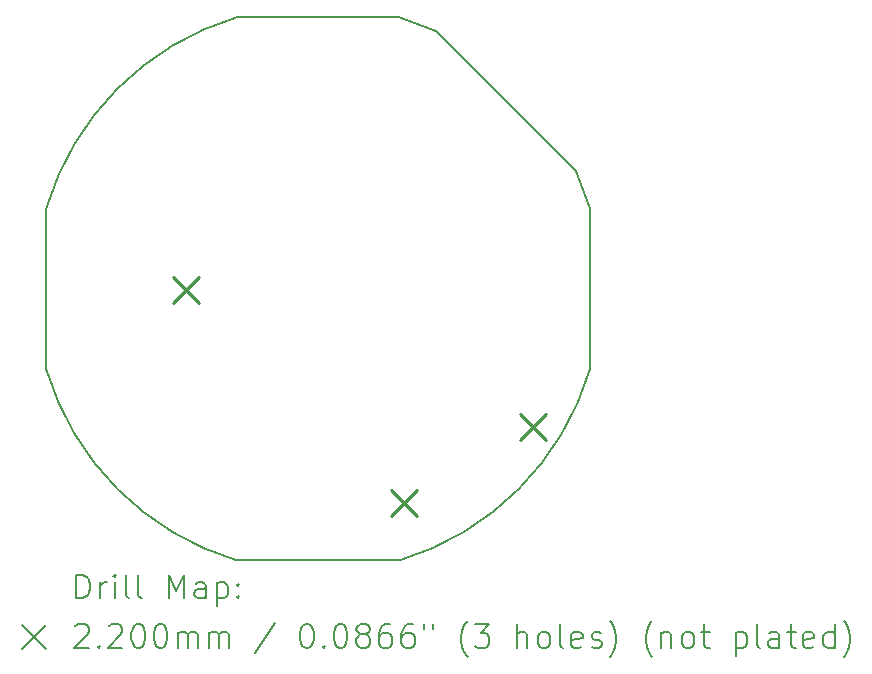
<source format=gbr>
%TF.GenerationSoftware,KiCad,Pcbnew,9.0.4*%
%TF.CreationDate,2026-01-16T13:37:42-08:00*%
%TF.ProjectId,u_anemometer,755f616e-656d-46f6-9d65-7465722e6b69,rev?*%
%TF.SameCoordinates,Original*%
%TF.FileFunction,Drillmap*%
%TF.FilePolarity,Positive*%
%FSLAX45Y45*%
G04 Gerber Fmt 4.5, Leading zero omitted, Abs format (unit mm)*
G04 Created by KiCad (PCBNEW 9.0.4) date 2026-01-16 13:37:42*
%MOMM*%
%LPD*%
G01*
G04 APERTURE LIST*
%ADD10C,0.150000*%
%ADD11C,0.200000*%
%ADD12C,0.220000*%
G04 APERTURE END LIST*
D10*
X17182507Y-10001957D02*
X15999750Y-8818150D01*
X17300500Y-11683747D02*
G75*
G02*
X15685549Y-13299950I-2300454J683719D01*
G01*
X17182507Y-10001957D02*
G75*
G02*
X17300751Y-10317251I-2189057J-1000773D01*
G01*
X15000000Y-13299950D02*
X14314729Y-13300200D01*
X15000000Y-8700050D02*
X14313701Y-8700300D01*
X12700300Y-10313701D02*
G75*
G02*
X14313701Y-8700300I2299700J-686299D01*
G01*
X14314729Y-13300200D02*
G75*
G02*
X12700046Y-11686051I685231J2300140D01*
G01*
X15000000Y-8700050D02*
X15685717Y-8700050D01*
X15685717Y-8700050D02*
G75*
G02*
X15999749Y-8818151I-685577J-2299530D01*
G01*
X17299950Y-11000000D02*
X17300750Y-10317251D01*
X17299950Y-11000000D02*
X17300500Y-11683747D01*
X15000000Y-13299950D02*
X15685549Y-13299950D01*
X12700050Y-11000000D02*
X12700300Y-10313701D01*
X12700050Y-11000000D02*
X12700050Y-11686050D01*
D11*
D12*
X13770000Y-10900000D02*
X13990000Y-11120000D01*
X13990000Y-10900000D02*
X13770000Y-11120000D01*
X15620000Y-12700000D02*
X15840000Y-12920000D01*
X15840000Y-12700000D02*
X15620000Y-12920000D01*
X16710000Y-12060000D02*
X16930000Y-12280000D01*
X16930000Y-12060000D02*
X16710000Y-12280000D01*
D11*
X12953327Y-13619184D02*
X12953327Y-13419184D01*
X12953327Y-13419184D02*
X13000946Y-13419184D01*
X13000946Y-13419184D02*
X13029517Y-13428708D01*
X13029517Y-13428708D02*
X13048565Y-13447755D01*
X13048565Y-13447755D02*
X13058089Y-13466803D01*
X13058089Y-13466803D02*
X13067612Y-13504898D01*
X13067612Y-13504898D02*
X13067612Y-13533470D01*
X13067612Y-13533470D02*
X13058089Y-13571565D01*
X13058089Y-13571565D02*
X13048565Y-13590613D01*
X13048565Y-13590613D02*
X13029517Y-13609660D01*
X13029517Y-13609660D02*
X13000946Y-13619184D01*
X13000946Y-13619184D02*
X12953327Y-13619184D01*
X13153327Y-13619184D02*
X13153327Y-13485851D01*
X13153327Y-13523946D02*
X13162851Y-13504898D01*
X13162851Y-13504898D02*
X13172374Y-13495374D01*
X13172374Y-13495374D02*
X13191422Y-13485851D01*
X13191422Y-13485851D02*
X13210470Y-13485851D01*
X13277136Y-13619184D02*
X13277136Y-13485851D01*
X13277136Y-13419184D02*
X13267612Y-13428708D01*
X13267612Y-13428708D02*
X13277136Y-13438232D01*
X13277136Y-13438232D02*
X13286660Y-13428708D01*
X13286660Y-13428708D02*
X13277136Y-13419184D01*
X13277136Y-13419184D02*
X13277136Y-13438232D01*
X13400946Y-13619184D02*
X13381898Y-13609660D01*
X13381898Y-13609660D02*
X13372374Y-13590613D01*
X13372374Y-13590613D02*
X13372374Y-13419184D01*
X13505708Y-13619184D02*
X13486660Y-13609660D01*
X13486660Y-13609660D02*
X13477136Y-13590613D01*
X13477136Y-13590613D02*
X13477136Y-13419184D01*
X13734279Y-13619184D02*
X13734279Y-13419184D01*
X13734279Y-13419184D02*
X13800946Y-13562041D01*
X13800946Y-13562041D02*
X13867612Y-13419184D01*
X13867612Y-13419184D02*
X13867612Y-13619184D01*
X14048565Y-13619184D02*
X14048565Y-13514422D01*
X14048565Y-13514422D02*
X14039041Y-13495374D01*
X14039041Y-13495374D02*
X14019993Y-13485851D01*
X14019993Y-13485851D02*
X13981898Y-13485851D01*
X13981898Y-13485851D02*
X13962851Y-13495374D01*
X14048565Y-13609660D02*
X14029517Y-13619184D01*
X14029517Y-13619184D02*
X13981898Y-13619184D01*
X13981898Y-13619184D02*
X13962851Y-13609660D01*
X13962851Y-13609660D02*
X13953327Y-13590613D01*
X13953327Y-13590613D02*
X13953327Y-13571565D01*
X13953327Y-13571565D02*
X13962851Y-13552517D01*
X13962851Y-13552517D02*
X13981898Y-13542994D01*
X13981898Y-13542994D02*
X14029517Y-13542994D01*
X14029517Y-13542994D02*
X14048565Y-13533470D01*
X14143803Y-13485851D02*
X14143803Y-13685851D01*
X14143803Y-13495374D02*
X14162851Y-13485851D01*
X14162851Y-13485851D02*
X14200946Y-13485851D01*
X14200946Y-13485851D02*
X14219993Y-13495374D01*
X14219993Y-13495374D02*
X14229517Y-13504898D01*
X14229517Y-13504898D02*
X14239041Y-13523946D01*
X14239041Y-13523946D02*
X14239041Y-13581089D01*
X14239041Y-13581089D02*
X14229517Y-13600136D01*
X14229517Y-13600136D02*
X14219993Y-13609660D01*
X14219993Y-13609660D02*
X14200946Y-13619184D01*
X14200946Y-13619184D02*
X14162851Y-13619184D01*
X14162851Y-13619184D02*
X14143803Y-13609660D01*
X14324755Y-13600136D02*
X14334279Y-13609660D01*
X14334279Y-13609660D02*
X14324755Y-13619184D01*
X14324755Y-13619184D02*
X14315232Y-13609660D01*
X14315232Y-13609660D02*
X14324755Y-13600136D01*
X14324755Y-13600136D02*
X14324755Y-13619184D01*
X14324755Y-13495374D02*
X14334279Y-13504898D01*
X14334279Y-13504898D02*
X14324755Y-13514422D01*
X14324755Y-13514422D02*
X14315232Y-13504898D01*
X14315232Y-13504898D02*
X14324755Y-13495374D01*
X14324755Y-13495374D02*
X14324755Y-13514422D01*
X12492550Y-13847700D02*
X12692550Y-14047700D01*
X12692550Y-13847700D02*
X12492550Y-14047700D01*
X12943803Y-13858232D02*
X12953327Y-13848708D01*
X12953327Y-13848708D02*
X12972374Y-13839184D01*
X12972374Y-13839184D02*
X13019993Y-13839184D01*
X13019993Y-13839184D02*
X13039041Y-13848708D01*
X13039041Y-13848708D02*
X13048565Y-13858232D01*
X13048565Y-13858232D02*
X13058089Y-13877279D01*
X13058089Y-13877279D02*
X13058089Y-13896327D01*
X13058089Y-13896327D02*
X13048565Y-13924898D01*
X13048565Y-13924898D02*
X12934279Y-14039184D01*
X12934279Y-14039184D02*
X13058089Y-14039184D01*
X13143803Y-14020136D02*
X13153327Y-14029660D01*
X13153327Y-14029660D02*
X13143803Y-14039184D01*
X13143803Y-14039184D02*
X13134279Y-14029660D01*
X13134279Y-14029660D02*
X13143803Y-14020136D01*
X13143803Y-14020136D02*
X13143803Y-14039184D01*
X13229517Y-13858232D02*
X13239041Y-13848708D01*
X13239041Y-13848708D02*
X13258089Y-13839184D01*
X13258089Y-13839184D02*
X13305708Y-13839184D01*
X13305708Y-13839184D02*
X13324755Y-13848708D01*
X13324755Y-13848708D02*
X13334279Y-13858232D01*
X13334279Y-13858232D02*
X13343803Y-13877279D01*
X13343803Y-13877279D02*
X13343803Y-13896327D01*
X13343803Y-13896327D02*
X13334279Y-13924898D01*
X13334279Y-13924898D02*
X13219993Y-14039184D01*
X13219993Y-14039184D02*
X13343803Y-14039184D01*
X13467612Y-13839184D02*
X13486660Y-13839184D01*
X13486660Y-13839184D02*
X13505708Y-13848708D01*
X13505708Y-13848708D02*
X13515232Y-13858232D01*
X13515232Y-13858232D02*
X13524755Y-13877279D01*
X13524755Y-13877279D02*
X13534279Y-13915374D01*
X13534279Y-13915374D02*
X13534279Y-13962994D01*
X13534279Y-13962994D02*
X13524755Y-14001089D01*
X13524755Y-14001089D02*
X13515232Y-14020136D01*
X13515232Y-14020136D02*
X13505708Y-14029660D01*
X13505708Y-14029660D02*
X13486660Y-14039184D01*
X13486660Y-14039184D02*
X13467612Y-14039184D01*
X13467612Y-14039184D02*
X13448565Y-14029660D01*
X13448565Y-14029660D02*
X13439041Y-14020136D01*
X13439041Y-14020136D02*
X13429517Y-14001089D01*
X13429517Y-14001089D02*
X13419993Y-13962994D01*
X13419993Y-13962994D02*
X13419993Y-13915374D01*
X13419993Y-13915374D02*
X13429517Y-13877279D01*
X13429517Y-13877279D02*
X13439041Y-13858232D01*
X13439041Y-13858232D02*
X13448565Y-13848708D01*
X13448565Y-13848708D02*
X13467612Y-13839184D01*
X13658089Y-13839184D02*
X13677136Y-13839184D01*
X13677136Y-13839184D02*
X13696184Y-13848708D01*
X13696184Y-13848708D02*
X13705708Y-13858232D01*
X13705708Y-13858232D02*
X13715232Y-13877279D01*
X13715232Y-13877279D02*
X13724755Y-13915374D01*
X13724755Y-13915374D02*
X13724755Y-13962994D01*
X13724755Y-13962994D02*
X13715232Y-14001089D01*
X13715232Y-14001089D02*
X13705708Y-14020136D01*
X13705708Y-14020136D02*
X13696184Y-14029660D01*
X13696184Y-14029660D02*
X13677136Y-14039184D01*
X13677136Y-14039184D02*
X13658089Y-14039184D01*
X13658089Y-14039184D02*
X13639041Y-14029660D01*
X13639041Y-14029660D02*
X13629517Y-14020136D01*
X13629517Y-14020136D02*
X13619993Y-14001089D01*
X13619993Y-14001089D02*
X13610470Y-13962994D01*
X13610470Y-13962994D02*
X13610470Y-13915374D01*
X13610470Y-13915374D02*
X13619993Y-13877279D01*
X13619993Y-13877279D02*
X13629517Y-13858232D01*
X13629517Y-13858232D02*
X13639041Y-13848708D01*
X13639041Y-13848708D02*
X13658089Y-13839184D01*
X13810470Y-14039184D02*
X13810470Y-13905851D01*
X13810470Y-13924898D02*
X13819993Y-13915374D01*
X13819993Y-13915374D02*
X13839041Y-13905851D01*
X13839041Y-13905851D02*
X13867613Y-13905851D01*
X13867613Y-13905851D02*
X13886660Y-13915374D01*
X13886660Y-13915374D02*
X13896184Y-13934422D01*
X13896184Y-13934422D02*
X13896184Y-14039184D01*
X13896184Y-13934422D02*
X13905708Y-13915374D01*
X13905708Y-13915374D02*
X13924755Y-13905851D01*
X13924755Y-13905851D02*
X13953327Y-13905851D01*
X13953327Y-13905851D02*
X13972374Y-13915374D01*
X13972374Y-13915374D02*
X13981898Y-13934422D01*
X13981898Y-13934422D02*
X13981898Y-14039184D01*
X14077136Y-14039184D02*
X14077136Y-13905851D01*
X14077136Y-13924898D02*
X14086660Y-13915374D01*
X14086660Y-13915374D02*
X14105708Y-13905851D01*
X14105708Y-13905851D02*
X14134279Y-13905851D01*
X14134279Y-13905851D02*
X14153327Y-13915374D01*
X14153327Y-13915374D02*
X14162851Y-13934422D01*
X14162851Y-13934422D02*
X14162851Y-14039184D01*
X14162851Y-13934422D02*
X14172374Y-13915374D01*
X14172374Y-13915374D02*
X14191422Y-13905851D01*
X14191422Y-13905851D02*
X14219993Y-13905851D01*
X14219993Y-13905851D02*
X14239041Y-13915374D01*
X14239041Y-13915374D02*
X14248565Y-13934422D01*
X14248565Y-13934422D02*
X14248565Y-14039184D01*
X14639041Y-13829660D02*
X14467613Y-14086803D01*
X14896184Y-13839184D02*
X14915232Y-13839184D01*
X14915232Y-13839184D02*
X14934279Y-13848708D01*
X14934279Y-13848708D02*
X14943803Y-13858232D01*
X14943803Y-13858232D02*
X14953327Y-13877279D01*
X14953327Y-13877279D02*
X14962851Y-13915374D01*
X14962851Y-13915374D02*
X14962851Y-13962994D01*
X14962851Y-13962994D02*
X14953327Y-14001089D01*
X14953327Y-14001089D02*
X14943803Y-14020136D01*
X14943803Y-14020136D02*
X14934279Y-14029660D01*
X14934279Y-14029660D02*
X14915232Y-14039184D01*
X14915232Y-14039184D02*
X14896184Y-14039184D01*
X14896184Y-14039184D02*
X14877136Y-14029660D01*
X14877136Y-14029660D02*
X14867613Y-14020136D01*
X14867613Y-14020136D02*
X14858089Y-14001089D01*
X14858089Y-14001089D02*
X14848565Y-13962994D01*
X14848565Y-13962994D02*
X14848565Y-13915374D01*
X14848565Y-13915374D02*
X14858089Y-13877279D01*
X14858089Y-13877279D02*
X14867613Y-13858232D01*
X14867613Y-13858232D02*
X14877136Y-13848708D01*
X14877136Y-13848708D02*
X14896184Y-13839184D01*
X15048565Y-14020136D02*
X15058089Y-14029660D01*
X15058089Y-14029660D02*
X15048565Y-14039184D01*
X15048565Y-14039184D02*
X15039041Y-14029660D01*
X15039041Y-14029660D02*
X15048565Y-14020136D01*
X15048565Y-14020136D02*
X15048565Y-14039184D01*
X15181898Y-13839184D02*
X15200946Y-13839184D01*
X15200946Y-13839184D02*
X15219994Y-13848708D01*
X15219994Y-13848708D02*
X15229517Y-13858232D01*
X15229517Y-13858232D02*
X15239041Y-13877279D01*
X15239041Y-13877279D02*
X15248565Y-13915374D01*
X15248565Y-13915374D02*
X15248565Y-13962994D01*
X15248565Y-13962994D02*
X15239041Y-14001089D01*
X15239041Y-14001089D02*
X15229517Y-14020136D01*
X15229517Y-14020136D02*
X15219994Y-14029660D01*
X15219994Y-14029660D02*
X15200946Y-14039184D01*
X15200946Y-14039184D02*
X15181898Y-14039184D01*
X15181898Y-14039184D02*
X15162851Y-14029660D01*
X15162851Y-14029660D02*
X15153327Y-14020136D01*
X15153327Y-14020136D02*
X15143803Y-14001089D01*
X15143803Y-14001089D02*
X15134279Y-13962994D01*
X15134279Y-13962994D02*
X15134279Y-13915374D01*
X15134279Y-13915374D02*
X15143803Y-13877279D01*
X15143803Y-13877279D02*
X15153327Y-13858232D01*
X15153327Y-13858232D02*
X15162851Y-13848708D01*
X15162851Y-13848708D02*
X15181898Y-13839184D01*
X15362851Y-13924898D02*
X15343803Y-13915374D01*
X15343803Y-13915374D02*
X15334279Y-13905851D01*
X15334279Y-13905851D02*
X15324756Y-13886803D01*
X15324756Y-13886803D02*
X15324756Y-13877279D01*
X15324756Y-13877279D02*
X15334279Y-13858232D01*
X15334279Y-13858232D02*
X15343803Y-13848708D01*
X15343803Y-13848708D02*
X15362851Y-13839184D01*
X15362851Y-13839184D02*
X15400946Y-13839184D01*
X15400946Y-13839184D02*
X15419994Y-13848708D01*
X15419994Y-13848708D02*
X15429517Y-13858232D01*
X15429517Y-13858232D02*
X15439041Y-13877279D01*
X15439041Y-13877279D02*
X15439041Y-13886803D01*
X15439041Y-13886803D02*
X15429517Y-13905851D01*
X15429517Y-13905851D02*
X15419994Y-13915374D01*
X15419994Y-13915374D02*
X15400946Y-13924898D01*
X15400946Y-13924898D02*
X15362851Y-13924898D01*
X15362851Y-13924898D02*
X15343803Y-13934422D01*
X15343803Y-13934422D02*
X15334279Y-13943946D01*
X15334279Y-13943946D02*
X15324756Y-13962994D01*
X15324756Y-13962994D02*
X15324756Y-14001089D01*
X15324756Y-14001089D02*
X15334279Y-14020136D01*
X15334279Y-14020136D02*
X15343803Y-14029660D01*
X15343803Y-14029660D02*
X15362851Y-14039184D01*
X15362851Y-14039184D02*
X15400946Y-14039184D01*
X15400946Y-14039184D02*
X15419994Y-14029660D01*
X15419994Y-14029660D02*
X15429517Y-14020136D01*
X15429517Y-14020136D02*
X15439041Y-14001089D01*
X15439041Y-14001089D02*
X15439041Y-13962994D01*
X15439041Y-13962994D02*
X15429517Y-13943946D01*
X15429517Y-13943946D02*
X15419994Y-13934422D01*
X15419994Y-13934422D02*
X15400946Y-13924898D01*
X15610470Y-13839184D02*
X15572375Y-13839184D01*
X15572375Y-13839184D02*
X15553327Y-13848708D01*
X15553327Y-13848708D02*
X15543803Y-13858232D01*
X15543803Y-13858232D02*
X15524756Y-13886803D01*
X15524756Y-13886803D02*
X15515232Y-13924898D01*
X15515232Y-13924898D02*
X15515232Y-14001089D01*
X15515232Y-14001089D02*
X15524756Y-14020136D01*
X15524756Y-14020136D02*
X15534279Y-14029660D01*
X15534279Y-14029660D02*
X15553327Y-14039184D01*
X15553327Y-14039184D02*
X15591422Y-14039184D01*
X15591422Y-14039184D02*
X15610470Y-14029660D01*
X15610470Y-14029660D02*
X15619994Y-14020136D01*
X15619994Y-14020136D02*
X15629517Y-14001089D01*
X15629517Y-14001089D02*
X15629517Y-13953470D01*
X15629517Y-13953470D02*
X15619994Y-13934422D01*
X15619994Y-13934422D02*
X15610470Y-13924898D01*
X15610470Y-13924898D02*
X15591422Y-13915374D01*
X15591422Y-13915374D02*
X15553327Y-13915374D01*
X15553327Y-13915374D02*
X15534279Y-13924898D01*
X15534279Y-13924898D02*
X15524756Y-13934422D01*
X15524756Y-13934422D02*
X15515232Y-13953470D01*
X15800946Y-13839184D02*
X15762851Y-13839184D01*
X15762851Y-13839184D02*
X15743803Y-13848708D01*
X15743803Y-13848708D02*
X15734279Y-13858232D01*
X15734279Y-13858232D02*
X15715232Y-13886803D01*
X15715232Y-13886803D02*
X15705708Y-13924898D01*
X15705708Y-13924898D02*
X15705708Y-14001089D01*
X15705708Y-14001089D02*
X15715232Y-14020136D01*
X15715232Y-14020136D02*
X15724756Y-14029660D01*
X15724756Y-14029660D02*
X15743803Y-14039184D01*
X15743803Y-14039184D02*
X15781898Y-14039184D01*
X15781898Y-14039184D02*
X15800946Y-14029660D01*
X15800946Y-14029660D02*
X15810470Y-14020136D01*
X15810470Y-14020136D02*
X15819994Y-14001089D01*
X15819994Y-14001089D02*
X15819994Y-13953470D01*
X15819994Y-13953470D02*
X15810470Y-13934422D01*
X15810470Y-13934422D02*
X15800946Y-13924898D01*
X15800946Y-13924898D02*
X15781898Y-13915374D01*
X15781898Y-13915374D02*
X15743803Y-13915374D01*
X15743803Y-13915374D02*
X15724756Y-13924898D01*
X15724756Y-13924898D02*
X15715232Y-13934422D01*
X15715232Y-13934422D02*
X15705708Y-13953470D01*
X15896184Y-13839184D02*
X15896184Y-13877279D01*
X15972375Y-13839184D02*
X15972375Y-13877279D01*
X16267613Y-14115374D02*
X16258089Y-14105851D01*
X16258089Y-14105851D02*
X16239041Y-14077279D01*
X16239041Y-14077279D02*
X16229518Y-14058232D01*
X16229518Y-14058232D02*
X16219994Y-14029660D01*
X16219994Y-14029660D02*
X16210470Y-13982041D01*
X16210470Y-13982041D02*
X16210470Y-13943946D01*
X16210470Y-13943946D02*
X16219994Y-13896327D01*
X16219994Y-13896327D02*
X16229518Y-13867755D01*
X16229518Y-13867755D02*
X16239041Y-13848708D01*
X16239041Y-13848708D02*
X16258089Y-13820136D01*
X16258089Y-13820136D02*
X16267613Y-13810613D01*
X16324756Y-13839184D02*
X16448565Y-13839184D01*
X16448565Y-13839184D02*
X16381898Y-13915374D01*
X16381898Y-13915374D02*
X16410470Y-13915374D01*
X16410470Y-13915374D02*
X16429518Y-13924898D01*
X16429518Y-13924898D02*
X16439041Y-13934422D01*
X16439041Y-13934422D02*
X16448565Y-13953470D01*
X16448565Y-13953470D02*
X16448565Y-14001089D01*
X16448565Y-14001089D02*
X16439041Y-14020136D01*
X16439041Y-14020136D02*
X16429518Y-14029660D01*
X16429518Y-14029660D02*
X16410470Y-14039184D01*
X16410470Y-14039184D02*
X16353327Y-14039184D01*
X16353327Y-14039184D02*
X16334279Y-14029660D01*
X16334279Y-14029660D02*
X16324756Y-14020136D01*
X16686660Y-14039184D02*
X16686660Y-13839184D01*
X16772375Y-14039184D02*
X16772375Y-13934422D01*
X16772375Y-13934422D02*
X16762851Y-13915374D01*
X16762851Y-13915374D02*
X16743803Y-13905851D01*
X16743803Y-13905851D02*
X16715232Y-13905851D01*
X16715232Y-13905851D02*
X16696184Y-13915374D01*
X16696184Y-13915374D02*
X16686660Y-13924898D01*
X16896184Y-14039184D02*
X16877137Y-14029660D01*
X16877137Y-14029660D02*
X16867613Y-14020136D01*
X16867613Y-14020136D02*
X16858089Y-14001089D01*
X16858089Y-14001089D02*
X16858089Y-13943946D01*
X16858089Y-13943946D02*
X16867613Y-13924898D01*
X16867613Y-13924898D02*
X16877137Y-13915374D01*
X16877137Y-13915374D02*
X16896184Y-13905851D01*
X16896184Y-13905851D02*
X16924756Y-13905851D01*
X16924756Y-13905851D02*
X16943803Y-13915374D01*
X16943803Y-13915374D02*
X16953327Y-13924898D01*
X16953327Y-13924898D02*
X16962851Y-13943946D01*
X16962851Y-13943946D02*
X16962851Y-14001089D01*
X16962851Y-14001089D02*
X16953327Y-14020136D01*
X16953327Y-14020136D02*
X16943803Y-14029660D01*
X16943803Y-14029660D02*
X16924756Y-14039184D01*
X16924756Y-14039184D02*
X16896184Y-14039184D01*
X17077137Y-14039184D02*
X17058089Y-14029660D01*
X17058089Y-14029660D02*
X17048565Y-14010613D01*
X17048565Y-14010613D02*
X17048565Y-13839184D01*
X17229518Y-14029660D02*
X17210470Y-14039184D01*
X17210470Y-14039184D02*
X17172375Y-14039184D01*
X17172375Y-14039184D02*
X17153327Y-14029660D01*
X17153327Y-14029660D02*
X17143803Y-14010613D01*
X17143803Y-14010613D02*
X17143803Y-13934422D01*
X17143803Y-13934422D02*
X17153327Y-13915374D01*
X17153327Y-13915374D02*
X17172375Y-13905851D01*
X17172375Y-13905851D02*
X17210470Y-13905851D01*
X17210470Y-13905851D02*
X17229518Y-13915374D01*
X17229518Y-13915374D02*
X17239042Y-13934422D01*
X17239042Y-13934422D02*
X17239042Y-13953470D01*
X17239042Y-13953470D02*
X17143803Y-13972517D01*
X17315232Y-14029660D02*
X17334280Y-14039184D01*
X17334280Y-14039184D02*
X17372375Y-14039184D01*
X17372375Y-14039184D02*
X17391423Y-14029660D01*
X17391423Y-14029660D02*
X17400946Y-14010613D01*
X17400946Y-14010613D02*
X17400946Y-14001089D01*
X17400946Y-14001089D02*
X17391423Y-13982041D01*
X17391423Y-13982041D02*
X17372375Y-13972517D01*
X17372375Y-13972517D02*
X17343803Y-13972517D01*
X17343803Y-13972517D02*
X17324756Y-13962994D01*
X17324756Y-13962994D02*
X17315232Y-13943946D01*
X17315232Y-13943946D02*
X17315232Y-13934422D01*
X17315232Y-13934422D02*
X17324756Y-13915374D01*
X17324756Y-13915374D02*
X17343803Y-13905851D01*
X17343803Y-13905851D02*
X17372375Y-13905851D01*
X17372375Y-13905851D02*
X17391423Y-13915374D01*
X17467613Y-14115374D02*
X17477137Y-14105851D01*
X17477137Y-14105851D02*
X17496184Y-14077279D01*
X17496184Y-14077279D02*
X17505708Y-14058232D01*
X17505708Y-14058232D02*
X17515232Y-14029660D01*
X17515232Y-14029660D02*
X17524756Y-13982041D01*
X17524756Y-13982041D02*
X17524756Y-13943946D01*
X17524756Y-13943946D02*
X17515232Y-13896327D01*
X17515232Y-13896327D02*
X17505708Y-13867755D01*
X17505708Y-13867755D02*
X17496184Y-13848708D01*
X17496184Y-13848708D02*
X17477137Y-13820136D01*
X17477137Y-13820136D02*
X17467613Y-13810613D01*
X17829518Y-14115374D02*
X17819994Y-14105851D01*
X17819994Y-14105851D02*
X17800946Y-14077279D01*
X17800946Y-14077279D02*
X17791423Y-14058232D01*
X17791423Y-14058232D02*
X17781899Y-14029660D01*
X17781899Y-14029660D02*
X17772375Y-13982041D01*
X17772375Y-13982041D02*
X17772375Y-13943946D01*
X17772375Y-13943946D02*
X17781899Y-13896327D01*
X17781899Y-13896327D02*
X17791423Y-13867755D01*
X17791423Y-13867755D02*
X17800946Y-13848708D01*
X17800946Y-13848708D02*
X17819994Y-13820136D01*
X17819994Y-13820136D02*
X17829518Y-13810613D01*
X17905708Y-13905851D02*
X17905708Y-14039184D01*
X17905708Y-13924898D02*
X17915232Y-13915374D01*
X17915232Y-13915374D02*
X17934280Y-13905851D01*
X17934280Y-13905851D02*
X17962851Y-13905851D01*
X17962851Y-13905851D02*
X17981899Y-13915374D01*
X17981899Y-13915374D02*
X17991423Y-13934422D01*
X17991423Y-13934422D02*
X17991423Y-14039184D01*
X18115232Y-14039184D02*
X18096184Y-14029660D01*
X18096184Y-14029660D02*
X18086661Y-14020136D01*
X18086661Y-14020136D02*
X18077137Y-14001089D01*
X18077137Y-14001089D02*
X18077137Y-13943946D01*
X18077137Y-13943946D02*
X18086661Y-13924898D01*
X18086661Y-13924898D02*
X18096184Y-13915374D01*
X18096184Y-13915374D02*
X18115232Y-13905851D01*
X18115232Y-13905851D02*
X18143804Y-13905851D01*
X18143804Y-13905851D02*
X18162851Y-13915374D01*
X18162851Y-13915374D02*
X18172375Y-13924898D01*
X18172375Y-13924898D02*
X18181899Y-13943946D01*
X18181899Y-13943946D02*
X18181899Y-14001089D01*
X18181899Y-14001089D02*
X18172375Y-14020136D01*
X18172375Y-14020136D02*
X18162851Y-14029660D01*
X18162851Y-14029660D02*
X18143804Y-14039184D01*
X18143804Y-14039184D02*
X18115232Y-14039184D01*
X18239042Y-13905851D02*
X18315232Y-13905851D01*
X18267613Y-13839184D02*
X18267613Y-14010613D01*
X18267613Y-14010613D02*
X18277137Y-14029660D01*
X18277137Y-14029660D02*
X18296184Y-14039184D01*
X18296184Y-14039184D02*
X18315232Y-14039184D01*
X18534280Y-13905851D02*
X18534280Y-14105851D01*
X18534280Y-13915374D02*
X18553327Y-13905851D01*
X18553327Y-13905851D02*
X18591423Y-13905851D01*
X18591423Y-13905851D02*
X18610470Y-13915374D01*
X18610470Y-13915374D02*
X18619994Y-13924898D01*
X18619994Y-13924898D02*
X18629518Y-13943946D01*
X18629518Y-13943946D02*
X18629518Y-14001089D01*
X18629518Y-14001089D02*
X18619994Y-14020136D01*
X18619994Y-14020136D02*
X18610470Y-14029660D01*
X18610470Y-14029660D02*
X18591423Y-14039184D01*
X18591423Y-14039184D02*
X18553327Y-14039184D01*
X18553327Y-14039184D02*
X18534280Y-14029660D01*
X18743804Y-14039184D02*
X18724756Y-14029660D01*
X18724756Y-14029660D02*
X18715232Y-14010613D01*
X18715232Y-14010613D02*
X18715232Y-13839184D01*
X18905708Y-14039184D02*
X18905708Y-13934422D01*
X18905708Y-13934422D02*
X18896185Y-13915374D01*
X18896185Y-13915374D02*
X18877137Y-13905851D01*
X18877137Y-13905851D02*
X18839042Y-13905851D01*
X18839042Y-13905851D02*
X18819994Y-13915374D01*
X18905708Y-14029660D02*
X18886661Y-14039184D01*
X18886661Y-14039184D02*
X18839042Y-14039184D01*
X18839042Y-14039184D02*
X18819994Y-14029660D01*
X18819994Y-14029660D02*
X18810470Y-14010613D01*
X18810470Y-14010613D02*
X18810470Y-13991565D01*
X18810470Y-13991565D02*
X18819994Y-13972517D01*
X18819994Y-13972517D02*
X18839042Y-13962994D01*
X18839042Y-13962994D02*
X18886661Y-13962994D01*
X18886661Y-13962994D02*
X18905708Y-13953470D01*
X18972375Y-13905851D02*
X19048565Y-13905851D01*
X19000946Y-13839184D02*
X19000946Y-14010613D01*
X19000946Y-14010613D02*
X19010470Y-14029660D01*
X19010470Y-14029660D02*
X19029518Y-14039184D01*
X19029518Y-14039184D02*
X19048565Y-14039184D01*
X19191423Y-14029660D02*
X19172375Y-14039184D01*
X19172375Y-14039184D02*
X19134280Y-14039184D01*
X19134280Y-14039184D02*
X19115232Y-14029660D01*
X19115232Y-14029660D02*
X19105708Y-14010613D01*
X19105708Y-14010613D02*
X19105708Y-13934422D01*
X19105708Y-13934422D02*
X19115232Y-13915374D01*
X19115232Y-13915374D02*
X19134280Y-13905851D01*
X19134280Y-13905851D02*
X19172375Y-13905851D01*
X19172375Y-13905851D02*
X19191423Y-13915374D01*
X19191423Y-13915374D02*
X19200946Y-13934422D01*
X19200946Y-13934422D02*
X19200946Y-13953470D01*
X19200946Y-13953470D02*
X19105708Y-13972517D01*
X19372375Y-14039184D02*
X19372375Y-13839184D01*
X19372375Y-14029660D02*
X19353327Y-14039184D01*
X19353327Y-14039184D02*
X19315232Y-14039184D01*
X19315232Y-14039184D02*
X19296185Y-14029660D01*
X19296185Y-14029660D02*
X19286661Y-14020136D01*
X19286661Y-14020136D02*
X19277137Y-14001089D01*
X19277137Y-14001089D02*
X19277137Y-13943946D01*
X19277137Y-13943946D02*
X19286661Y-13924898D01*
X19286661Y-13924898D02*
X19296185Y-13915374D01*
X19296185Y-13915374D02*
X19315232Y-13905851D01*
X19315232Y-13905851D02*
X19353327Y-13905851D01*
X19353327Y-13905851D02*
X19372375Y-13915374D01*
X19448566Y-14115374D02*
X19458089Y-14105851D01*
X19458089Y-14105851D02*
X19477137Y-14077279D01*
X19477137Y-14077279D02*
X19486661Y-14058232D01*
X19486661Y-14058232D02*
X19496185Y-14029660D01*
X19496185Y-14029660D02*
X19505708Y-13982041D01*
X19505708Y-13982041D02*
X19505708Y-13943946D01*
X19505708Y-13943946D02*
X19496185Y-13896327D01*
X19496185Y-13896327D02*
X19486661Y-13867755D01*
X19486661Y-13867755D02*
X19477137Y-13848708D01*
X19477137Y-13848708D02*
X19458089Y-13820136D01*
X19458089Y-13820136D02*
X19448566Y-13810613D01*
M02*

</source>
